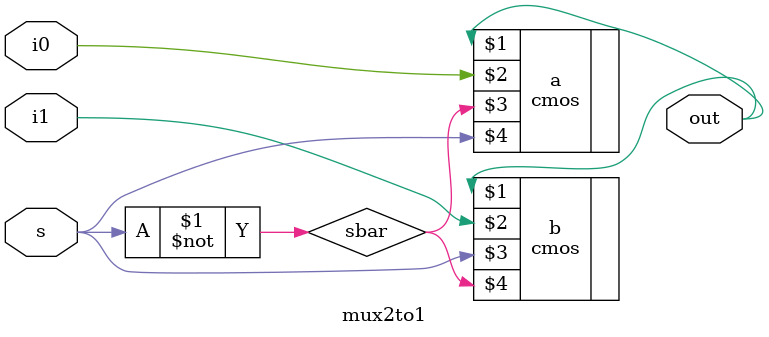
<source format=v>
module mux2to1(out,s,i0,i1);

	input s,i0,i1;
	output out;
	wire sbar;

	not(sbar,s);
	cmos a(out,i0,sbar,s);
	cmos b(out,i1,s,sbar);

endmodule
</source>
